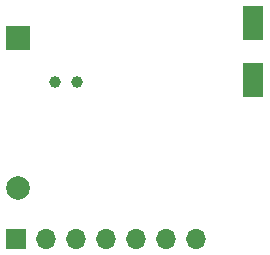
<source format=gbs>
G04 #@! TF.GenerationSoftware,KiCad,Pcbnew,8.0.2-8.0.2-0~ubuntu22.04.1*
G04 #@! TF.CreationDate,2024-06-04T22:33:19-06:00*
G04 #@! TF.ProjectId,sensor_sigfox_1.2,73656e73-6f72-45f7-9369-67666f785f31,rev?*
G04 #@! TF.SameCoordinates,Original*
G04 #@! TF.FileFunction,Soldermask,Bot*
G04 #@! TF.FilePolarity,Negative*
%FSLAX46Y46*%
G04 Gerber Fmt 4.6, Leading zero omitted, Abs format (unit mm)*
G04 Created by KiCad (PCBNEW 8.0.2-8.0.2-0~ubuntu22.04.1) date 2024-06-04 22:33:19*
%MOMM*%
%LPD*%
G01*
G04 APERTURE LIST*
%ADD10C,1.000000*%
%ADD11R,2.000000X2.000000*%
%ADD12C,2.000000*%
%ADD13R,1.800000X3.000000*%
%ADD14R,1.700000X1.700000*%
%ADD15O,1.700000X1.700000*%
G04 APERTURE END LIST*
D10*
X121365000Y-80889000D03*
X119465000Y-80889000D03*
D11*
X116382156Y-77125150D03*
D12*
X116382156Y-89825150D03*
D13*
X136265000Y-75889000D03*
X136265000Y-80689000D03*
D14*
X116230000Y-94139000D03*
D15*
X118770000Y-94139000D03*
X121310000Y-94139000D03*
X123850000Y-94139000D03*
X126390000Y-94139000D03*
X128930000Y-94139000D03*
X131470000Y-94139000D03*
M02*

</source>
